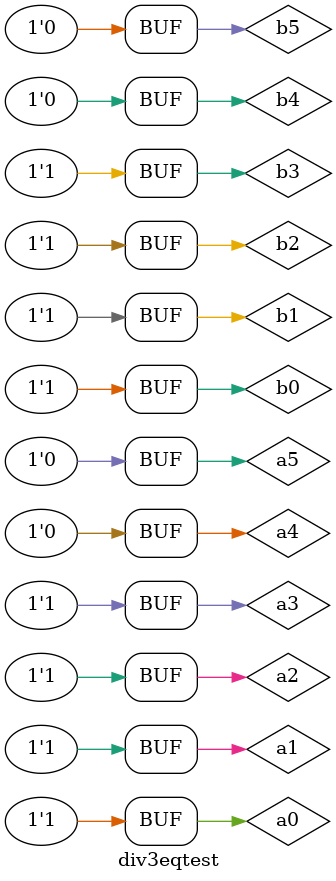
<source format=v>
`timescale 1ns / 1ps

module div3eqtest;

	// Inputs
	reg a5;
	reg a4;
	reg a3;
	reg a2;
	reg a1;
	reg a0;
	reg b5;
	reg b4;
	reg b3;
	reg b2;
	reg b1;
	reg b0;

	// Outputs
	wire same;
	//wire [5:0] c;

	// Instantiate the Unit Under Test (UUT)
	div3equal uut (
		.a5(a5), 
		.a4(a4), 
		.a3(a3), 
		.a2(a2), 
		.a1(a1), 
		.a0(a0), 
		.b5(b5), 
		.b4(b4), 
		.b3(b3), 
		.b2(b2), 
		.b1(b1), 
		.b0(b0), 
		.same(same)
		//,.c(c)
	);

	initial begin
		// Initialize Inputs
		a5 = 0;
		a4 = 0;
		a3 = 1;
		a2 = 1;
		a1 = 1;
		a0 = 1;
		b5 = 0;
		b4 = 0;
		b3 = 1;
		b2 = 1;
		b1 = 1;
		b0 = 1;

		// Wait 100 ns for global reset to finish
		#100;
 	a5 = 0;
		a4 = 0;
		a3 = 1;
		a2 = 1;
		a1 = 1;
		a0 = 1;
		b5 = 0;
		b4 = 0;
		b3 = 1;
		b2 = 1;
		b1 = 1;
		b0 = 1;
		// Add stimulus here

	end
      
endmodule


</source>
